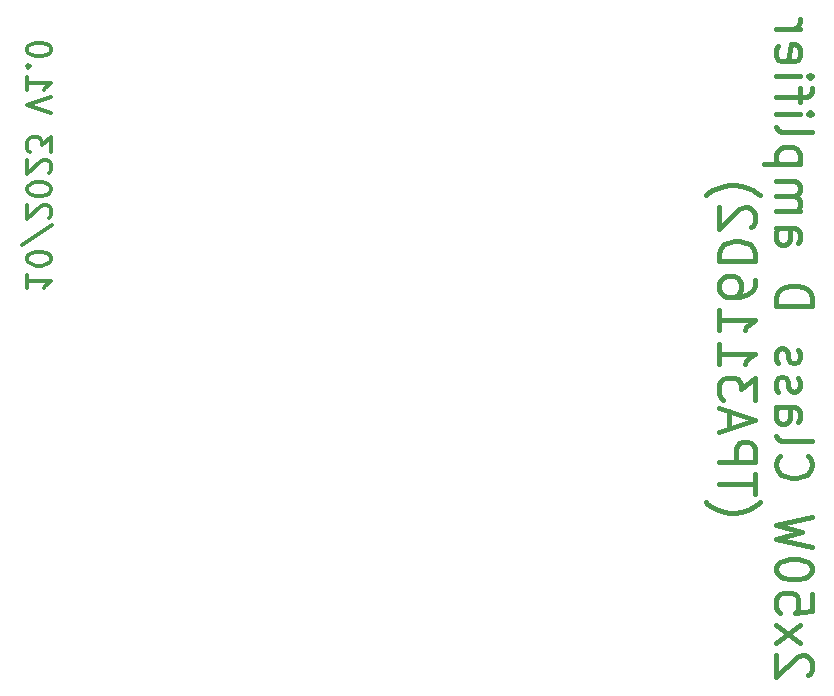
<source format=gbr>
%TF.GenerationSoftware,KiCad,Pcbnew,7.0.6*%
%TF.CreationDate,2023-10-07T14:34:09+02:00*%
%TF.ProjectId,TPA3116 amplifier,54504133-3131-4362-9061-6d706c696669,rev?*%
%TF.SameCoordinates,Original*%
%TF.FileFunction,Legend,Bot*%
%TF.FilePolarity,Positive*%
%FSLAX46Y46*%
G04 Gerber Fmt 4.6, Leading zero omitted, Abs format (unit mm)*
G04 Created by KiCad (PCBNEW 7.0.6) date 2023-10-07 14:34:09*
%MOMM*%
%LPD*%
G01*
G04 APERTURE LIST*
%ADD10C,0.300000*%
%ADD11C,0.400000*%
G04 APERTURE END LIST*
D10*
X102803012Y-80707262D02*
X102803012Y-81850119D01*
X102803012Y-81278691D02*
X104803012Y-81278691D01*
X104803012Y-81278691D02*
X104517298Y-81469167D01*
X104517298Y-81469167D02*
X104326822Y-81659643D01*
X104326822Y-81659643D02*
X104231584Y-81850119D01*
X104803012Y-79469167D02*
X104803012Y-79278690D01*
X104803012Y-79278690D02*
X104707774Y-79088214D01*
X104707774Y-79088214D02*
X104612536Y-78992976D01*
X104612536Y-78992976D02*
X104422060Y-78897738D01*
X104422060Y-78897738D02*
X104041108Y-78802500D01*
X104041108Y-78802500D02*
X103564917Y-78802500D01*
X103564917Y-78802500D02*
X103183965Y-78897738D01*
X103183965Y-78897738D02*
X102993489Y-78992976D01*
X102993489Y-78992976D02*
X102898251Y-79088214D01*
X102898251Y-79088214D02*
X102803012Y-79278690D01*
X102803012Y-79278690D02*
X102803012Y-79469167D01*
X102803012Y-79469167D02*
X102898251Y-79659643D01*
X102898251Y-79659643D02*
X102993489Y-79754881D01*
X102993489Y-79754881D02*
X103183965Y-79850119D01*
X103183965Y-79850119D02*
X103564917Y-79945357D01*
X103564917Y-79945357D02*
X104041108Y-79945357D01*
X104041108Y-79945357D02*
X104422060Y-79850119D01*
X104422060Y-79850119D02*
X104612536Y-79754881D01*
X104612536Y-79754881D02*
X104707774Y-79659643D01*
X104707774Y-79659643D02*
X104803012Y-79469167D01*
X104898251Y-76516786D02*
X102326822Y-78231071D01*
X104612536Y-75945357D02*
X104707774Y-75850119D01*
X104707774Y-75850119D02*
X104803012Y-75659643D01*
X104803012Y-75659643D02*
X104803012Y-75183452D01*
X104803012Y-75183452D02*
X104707774Y-74992976D01*
X104707774Y-74992976D02*
X104612536Y-74897738D01*
X104612536Y-74897738D02*
X104422060Y-74802500D01*
X104422060Y-74802500D02*
X104231584Y-74802500D01*
X104231584Y-74802500D02*
X103945870Y-74897738D01*
X103945870Y-74897738D02*
X102803012Y-76040595D01*
X102803012Y-76040595D02*
X102803012Y-74802500D01*
X104803012Y-73564405D02*
X104803012Y-73373928D01*
X104803012Y-73373928D02*
X104707774Y-73183452D01*
X104707774Y-73183452D02*
X104612536Y-73088214D01*
X104612536Y-73088214D02*
X104422060Y-72992976D01*
X104422060Y-72992976D02*
X104041108Y-72897738D01*
X104041108Y-72897738D02*
X103564917Y-72897738D01*
X103564917Y-72897738D02*
X103183965Y-72992976D01*
X103183965Y-72992976D02*
X102993489Y-73088214D01*
X102993489Y-73088214D02*
X102898251Y-73183452D01*
X102898251Y-73183452D02*
X102803012Y-73373928D01*
X102803012Y-73373928D02*
X102803012Y-73564405D01*
X102803012Y-73564405D02*
X102898251Y-73754881D01*
X102898251Y-73754881D02*
X102993489Y-73850119D01*
X102993489Y-73850119D02*
X103183965Y-73945357D01*
X103183965Y-73945357D02*
X103564917Y-74040595D01*
X103564917Y-74040595D02*
X104041108Y-74040595D01*
X104041108Y-74040595D02*
X104422060Y-73945357D01*
X104422060Y-73945357D02*
X104612536Y-73850119D01*
X104612536Y-73850119D02*
X104707774Y-73754881D01*
X104707774Y-73754881D02*
X104803012Y-73564405D01*
X104612536Y-72135833D02*
X104707774Y-72040595D01*
X104707774Y-72040595D02*
X104803012Y-71850119D01*
X104803012Y-71850119D02*
X104803012Y-71373928D01*
X104803012Y-71373928D02*
X104707774Y-71183452D01*
X104707774Y-71183452D02*
X104612536Y-71088214D01*
X104612536Y-71088214D02*
X104422060Y-70992976D01*
X104422060Y-70992976D02*
X104231584Y-70992976D01*
X104231584Y-70992976D02*
X103945870Y-71088214D01*
X103945870Y-71088214D02*
X102803012Y-72231071D01*
X102803012Y-72231071D02*
X102803012Y-70992976D01*
X104803012Y-70326309D02*
X104803012Y-69088214D01*
X104803012Y-69088214D02*
X104041108Y-69754881D01*
X104041108Y-69754881D02*
X104041108Y-69469166D01*
X104041108Y-69469166D02*
X103945870Y-69278690D01*
X103945870Y-69278690D02*
X103850631Y-69183452D01*
X103850631Y-69183452D02*
X103660155Y-69088214D01*
X103660155Y-69088214D02*
X103183965Y-69088214D01*
X103183965Y-69088214D02*
X102993489Y-69183452D01*
X102993489Y-69183452D02*
X102898251Y-69278690D01*
X102898251Y-69278690D02*
X102803012Y-69469166D01*
X102803012Y-69469166D02*
X102803012Y-70040595D01*
X102803012Y-70040595D02*
X102898251Y-70231071D01*
X102898251Y-70231071D02*
X102993489Y-70326309D01*
X104803012Y-66992975D02*
X102803012Y-66326309D01*
X102803012Y-66326309D02*
X104803012Y-65659642D01*
X102803012Y-63945356D02*
X102803012Y-65088213D01*
X102803012Y-64516785D02*
X104803012Y-64516785D01*
X104803012Y-64516785D02*
X104517298Y-64707261D01*
X104517298Y-64707261D02*
X104326822Y-64897737D01*
X104326822Y-64897737D02*
X104231584Y-65088213D01*
X102993489Y-63088213D02*
X102898251Y-62992975D01*
X102898251Y-62992975D02*
X102803012Y-63088213D01*
X102803012Y-63088213D02*
X102898251Y-63183451D01*
X102898251Y-63183451D02*
X102993489Y-63088213D01*
X102993489Y-63088213D02*
X102803012Y-63088213D01*
X104803012Y-61754880D02*
X104803012Y-61564403D01*
X104803012Y-61564403D02*
X104707774Y-61373927D01*
X104707774Y-61373927D02*
X104612536Y-61278689D01*
X104612536Y-61278689D02*
X104422060Y-61183451D01*
X104422060Y-61183451D02*
X104041108Y-61088213D01*
X104041108Y-61088213D02*
X103564917Y-61088213D01*
X103564917Y-61088213D02*
X103183965Y-61183451D01*
X103183965Y-61183451D02*
X102993489Y-61278689D01*
X102993489Y-61278689D02*
X102898251Y-61373927D01*
X102898251Y-61373927D02*
X102803012Y-61564403D01*
X102803012Y-61564403D02*
X102803012Y-61754880D01*
X102803012Y-61754880D02*
X102898251Y-61945356D01*
X102898251Y-61945356D02*
X102993489Y-62040594D01*
X102993489Y-62040594D02*
X103183965Y-62135832D01*
X103183965Y-62135832D02*
X103564917Y-62231070D01*
X103564917Y-62231070D02*
X104041108Y-62231070D01*
X104041108Y-62231070D02*
X104422060Y-62135832D01*
X104422060Y-62135832D02*
X104612536Y-62040594D01*
X104612536Y-62040594D02*
X104707774Y-61945356D01*
X104707774Y-61945356D02*
X104803012Y-61754880D01*
D11*
X168932228Y-114642856D02*
X169075085Y-114499999D01*
X169075085Y-114499999D02*
X169217942Y-114214285D01*
X169217942Y-114214285D02*
X169217942Y-113499999D01*
X169217942Y-113499999D02*
X169075085Y-113214285D01*
X169075085Y-113214285D02*
X168932228Y-113071427D01*
X168932228Y-113071427D02*
X168646514Y-112928570D01*
X168646514Y-112928570D02*
X168360800Y-112928570D01*
X168360800Y-112928570D02*
X167932228Y-113071427D01*
X167932228Y-113071427D02*
X166217942Y-114785713D01*
X166217942Y-114785713D02*
X166217942Y-112928570D01*
X166217942Y-111928570D02*
X168217942Y-110357142D01*
X168217942Y-111928570D02*
X166217942Y-110357142D01*
X169217942Y-107785713D02*
X169217942Y-109214285D01*
X169217942Y-109214285D02*
X167789371Y-109357142D01*
X167789371Y-109357142D02*
X167932228Y-109214285D01*
X167932228Y-109214285D02*
X168075085Y-108928571D01*
X168075085Y-108928571D02*
X168075085Y-108214285D01*
X168075085Y-108214285D02*
X167932228Y-107928571D01*
X167932228Y-107928571D02*
X167789371Y-107785713D01*
X167789371Y-107785713D02*
X167503657Y-107642856D01*
X167503657Y-107642856D02*
X166789371Y-107642856D01*
X166789371Y-107642856D02*
X166503657Y-107785713D01*
X166503657Y-107785713D02*
X166360800Y-107928571D01*
X166360800Y-107928571D02*
X166217942Y-108214285D01*
X166217942Y-108214285D02*
X166217942Y-108928571D01*
X166217942Y-108928571D02*
X166360800Y-109214285D01*
X166360800Y-109214285D02*
X166503657Y-109357142D01*
X169217942Y-105785713D02*
X169217942Y-105499999D01*
X169217942Y-105499999D02*
X169075085Y-105214285D01*
X169075085Y-105214285D02*
X168932228Y-105071428D01*
X168932228Y-105071428D02*
X168646514Y-104928570D01*
X168646514Y-104928570D02*
X168075085Y-104785713D01*
X168075085Y-104785713D02*
X167360800Y-104785713D01*
X167360800Y-104785713D02*
X166789371Y-104928570D01*
X166789371Y-104928570D02*
X166503657Y-105071428D01*
X166503657Y-105071428D02*
X166360800Y-105214285D01*
X166360800Y-105214285D02*
X166217942Y-105499999D01*
X166217942Y-105499999D02*
X166217942Y-105785713D01*
X166217942Y-105785713D02*
X166360800Y-106071428D01*
X166360800Y-106071428D02*
X166503657Y-106214285D01*
X166503657Y-106214285D02*
X166789371Y-106357142D01*
X166789371Y-106357142D02*
X167360800Y-106499999D01*
X167360800Y-106499999D02*
X168075085Y-106499999D01*
X168075085Y-106499999D02*
X168646514Y-106357142D01*
X168646514Y-106357142D02*
X168932228Y-106214285D01*
X168932228Y-106214285D02*
X169075085Y-106071428D01*
X169075085Y-106071428D02*
X169217942Y-105785713D01*
X169217942Y-103785713D02*
X166217942Y-103071427D01*
X166217942Y-103071427D02*
X168360800Y-102499999D01*
X168360800Y-102499999D02*
X166217942Y-101928570D01*
X166217942Y-101928570D02*
X169217942Y-101214285D01*
X166503657Y-96071428D02*
X166360800Y-96214285D01*
X166360800Y-96214285D02*
X166217942Y-96642857D01*
X166217942Y-96642857D02*
X166217942Y-96928571D01*
X166217942Y-96928571D02*
X166360800Y-97357142D01*
X166360800Y-97357142D02*
X166646514Y-97642857D01*
X166646514Y-97642857D02*
X166932228Y-97785714D01*
X166932228Y-97785714D02*
X167503657Y-97928571D01*
X167503657Y-97928571D02*
X167932228Y-97928571D01*
X167932228Y-97928571D02*
X168503657Y-97785714D01*
X168503657Y-97785714D02*
X168789371Y-97642857D01*
X168789371Y-97642857D02*
X169075085Y-97357142D01*
X169075085Y-97357142D02*
X169217942Y-96928571D01*
X169217942Y-96928571D02*
X169217942Y-96642857D01*
X169217942Y-96642857D02*
X169075085Y-96214285D01*
X169075085Y-96214285D02*
X168932228Y-96071428D01*
X166217942Y-94357142D02*
X166360800Y-94642857D01*
X166360800Y-94642857D02*
X166646514Y-94785714D01*
X166646514Y-94785714D02*
X169217942Y-94785714D01*
X166217942Y-91928571D02*
X167789371Y-91928571D01*
X167789371Y-91928571D02*
X168075085Y-92071428D01*
X168075085Y-92071428D02*
X168217942Y-92357142D01*
X168217942Y-92357142D02*
X168217942Y-92928571D01*
X168217942Y-92928571D02*
X168075085Y-93214285D01*
X166360800Y-91928571D02*
X166217942Y-92214285D01*
X166217942Y-92214285D02*
X166217942Y-92928571D01*
X166217942Y-92928571D02*
X166360800Y-93214285D01*
X166360800Y-93214285D02*
X166646514Y-93357142D01*
X166646514Y-93357142D02*
X166932228Y-93357142D01*
X166932228Y-93357142D02*
X167217942Y-93214285D01*
X167217942Y-93214285D02*
X167360800Y-92928571D01*
X167360800Y-92928571D02*
X167360800Y-92214285D01*
X167360800Y-92214285D02*
X167503657Y-91928571D01*
X166360800Y-90642856D02*
X166217942Y-90357142D01*
X166217942Y-90357142D02*
X166217942Y-89785713D01*
X166217942Y-89785713D02*
X166360800Y-89499999D01*
X166360800Y-89499999D02*
X166646514Y-89357142D01*
X166646514Y-89357142D02*
X166789371Y-89357142D01*
X166789371Y-89357142D02*
X167075085Y-89499999D01*
X167075085Y-89499999D02*
X167217942Y-89785713D01*
X167217942Y-89785713D02*
X167217942Y-90214285D01*
X167217942Y-90214285D02*
X167360800Y-90499999D01*
X167360800Y-90499999D02*
X167646514Y-90642856D01*
X167646514Y-90642856D02*
X167789371Y-90642856D01*
X167789371Y-90642856D02*
X168075085Y-90499999D01*
X168075085Y-90499999D02*
X168217942Y-90214285D01*
X168217942Y-90214285D02*
X168217942Y-89785713D01*
X168217942Y-89785713D02*
X168075085Y-89499999D01*
X166360800Y-88214285D02*
X166217942Y-87928571D01*
X166217942Y-87928571D02*
X166217942Y-87357142D01*
X166217942Y-87357142D02*
X166360800Y-87071428D01*
X166360800Y-87071428D02*
X166646514Y-86928571D01*
X166646514Y-86928571D02*
X166789371Y-86928571D01*
X166789371Y-86928571D02*
X167075085Y-87071428D01*
X167075085Y-87071428D02*
X167217942Y-87357142D01*
X167217942Y-87357142D02*
X167217942Y-87785714D01*
X167217942Y-87785714D02*
X167360800Y-88071428D01*
X167360800Y-88071428D02*
X167646514Y-88214285D01*
X167646514Y-88214285D02*
X167789371Y-88214285D01*
X167789371Y-88214285D02*
X168075085Y-88071428D01*
X168075085Y-88071428D02*
X168217942Y-87785714D01*
X168217942Y-87785714D02*
X168217942Y-87357142D01*
X168217942Y-87357142D02*
X168075085Y-87071428D01*
X166217942Y-83357143D02*
X169217942Y-83357143D01*
X169217942Y-83357143D02*
X169217942Y-82642857D01*
X169217942Y-82642857D02*
X169075085Y-82214286D01*
X169075085Y-82214286D02*
X168789371Y-81928571D01*
X168789371Y-81928571D02*
X168503657Y-81785714D01*
X168503657Y-81785714D02*
X167932228Y-81642857D01*
X167932228Y-81642857D02*
X167503657Y-81642857D01*
X167503657Y-81642857D02*
X166932228Y-81785714D01*
X166932228Y-81785714D02*
X166646514Y-81928571D01*
X166646514Y-81928571D02*
X166360800Y-82214286D01*
X166360800Y-82214286D02*
X166217942Y-82642857D01*
X166217942Y-82642857D02*
X166217942Y-83357143D01*
X166217942Y-76785715D02*
X167789371Y-76785715D01*
X167789371Y-76785715D02*
X168075085Y-76928572D01*
X168075085Y-76928572D02*
X168217942Y-77214286D01*
X168217942Y-77214286D02*
X168217942Y-77785715D01*
X168217942Y-77785715D02*
X168075085Y-78071429D01*
X166360800Y-76785715D02*
X166217942Y-77071429D01*
X166217942Y-77071429D02*
X166217942Y-77785715D01*
X166217942Y-77785715D02*
X166360800Y-78071429D01*
X166360800Y-78071429D02*
X166646514Y-78214286D01*
X166646514Y-78214286D02*
X166932228Y-78214286D01*
X166932228Y-78214286D02*
X167217942Y-78071429D01*
X167217942Y-78071429D02*
X167360800Y-77785715D01*
X167360800Y-77785715D02*
X167360800Y-77071429D01*
X167360800Y-77071429D02*
X167503657Y-76785715D01*
X166217942Y-75357143D02*
X168217942Y-75357143D01*
X167932228Y-75357143D02*
X168075085Y-75214286D01*
X168075085Y-75214286D02*
X168217942Y-74928571D01*
X168217942Y-74928571D02*
X168217942Y-74500000D01*
X168217942Y-74500000D02*
X168075085Y-74214286D01*
X168075085Y-74214286D02*
X167789371Y-74071429D01*
X167789371Y-74071429D02*
X166217942Y-74071429D01*
X167789371Y-74071429D02*
X168075085Y-73928571D01*
X168075085Y-73928571D02*
X168217942Y-73642857D01*
X168217942Y-73642857D02*
X168217942Y-73214286D01*
X168217942Y-73214286D02*
X168075085Y-72928571D01*
X168075085Y-72928571D02*
X167789371Y-72785714D01*
X167789371Y-72785714D02*
X166217942Y-72785714D01*
X168217942Y-71357143D02*
X165217942Y-71357143D01*
X168075085Y-71357143D02*
X168217942Y-71071429D01*
X168217942Y-71071429D02*
X168217942Y-70500000D01*
X168217942Y-70500000D02*
X168075085Y-70214286D01*
X168075085Y-70214286D02*
X167932228Y-70071429D01*
X167932228Y-70071429D02*
X167646514Y-69928571D01*
X167646514Y-69928571D02*
X166789371Y-69928571D01*
X166789371Y-69928571D02*
X166503657Y-70071429D01*
X166503657Y-70071429D02*
X166360800Y-70214286D01*
X166360800Y-70214286D02*
X166217942Y-70500000D01*
X166217942Y-70500000D02*
X166217942Y-71071429D01*
X166217942Y-71071429D02*
X166360800Y-71357143D01*
X166217942Y-68214285D02*
X166360800Y-68500000D01*
X166360800Y-68500000D02*
X166646514Y-68642857D01*
X166646514Y-68642857D02*
X169217942Y-68642857D01*
X166217942Y-67071428D02*
X168217942Y-67071428D01*
X169217942Y-67071428D02*
X169075085Y-67214285D01*
X169075085Y-67214285D02*
X168932228Y-67071428D01*
X168932228Y-67071428D02*
X169075085Y-66928571D01*
X169075085Y-66928571D02*
X169217942Y-67071428D01*
X169217942Y-67071428D02*
X168932228Y-67071428D01*
X168217942Y-66071428D02*
X168217942Y-64928571D01*
X166217942Y-65642857D02*
X168789371Y-65642857D01*
X168789371Y-65642857D02*
X169075085Y-65500000D01*
X169075085Y-65500000D02*
X169217942Y-65214285D01*
X169217942Y-65214285D02*
X169217942Y-64928571D01*
X166217942Y-63928571D02*
X168217942Y-63928571D01*
X169217942Y-63928571D02*
X169075085Y-64071428D01*
X169075085Y-64071428D02*
X168932228Y-63928571D01*
X168932228Y-63928571D02*
X169075085Y-63785714D01*
X169075085Y-63785714D02*
X169217942Y-63928571D01*
X169217942Y-63928571D02*
X168932228Y-63928571D01*
X166360800Y-61357143D02*
X166217942Y-61642857D01*
X166217942Y-61642857D02*
X166217942Y-62214286D01*
X166217942Y-62214286D02*
X166360800Y-62500000D01*
X166360800Y-62500000D02*
X166646514Y-62642857D01*
X166646514Y-62642857D02*
X167789371Y-62642857D01*
X167789371Y-62642857D02*
X168075085Y-62500000D01*
X168075085Y-62500000D02*
X168217942Y-62214286D01*
X168217942Y-62214286D02*
X168217942Y-61642857D01*
X168217942Y-61642857D02*
X168075085Y-61357143D01*
X168075085Y-61357143D02*
X167789371Y-61214286D01*
X167789371Y-61214286D02*
X167503657Y-61214286D01*
X167503657Y-61214286D02*
X167217942Y-62642857D01*
X166217942Y-59928571D02*
X168217942Y-59928571D01*
X167646514Y-59928571D02*
X167932228Y-59785714D01*
X167932228Y-59785714D02*
X168075085Y-59642857D01*
X168075085Y-59642857D02*
X168217942Y-59357142D01*
X168217942Y-59357142D02*
X168217942Y-59071428D01*
X160245085Y-100000000D02*
X160387942Y-100142857D01*
X160387942Y-100142857D02*
X160816514Y-100428571D01*
X160816514Y-100428571D02*
X161102228Y-100571429D01*
X161102228Y-100571429D02*
X161530800Y-100714286D01*
X161530800Y-100714286D02*
X162245085Y-100857143D01*
X162245085Y-100857143D02*
X162816514Y-100857143D01*
X162816514Y-100857143D02*
X163530800Y-100714286D01*
X163530800Y-100714286D02*
X163959371Y-100571429D01*
X163959371Y-100571429D02*
X164245085Y-100428571D01*
X164245085Y-100428571D02*
X164673657Y-100142857D01*
X164673657Y-100142857D02*
X164816514Y-100000000D01*
X164387942Y-99285714D02*
X164387942Y-97571429D01*
X161387942Y-98428571D02*
X164387942Y-98428571D01*
X161387942Y-96571429D02*
X164387942Y-96571429D01*
X164387942Y-96571429D02*
X164387942Y-95428572D01*
X164387942Y-95428572D02*
X164245085Y-95142857D01*
X164245085Y-95142857D02*
X164102228Y-95000000D01*
X164102228Y-95000000D02*
X163816514Y-94857143D01*
X163816514Y-94857143D02*
X163387942Y-94857143D01*
X163387942Y-94857143D02*
X163102228Y-95000000D01*
X163102228Y-95000000D02*
X162959371Y-95142857D01*
X162959371Y-95142857D02*
X162816514Y-95428572D01*
X162816514Y-95428572D02*
X162816514Y-96571429D01*
X162245085Y-93714286D02*
X162245085Y-92285715D01*
X161387942Y-94000000D02*
X164387942Y-93000000D01*
X164387942Y-93000000D02*
X161387942Y-92000000D01*
X164387942Y-91285714D02*
X164387942Y-89428571D01*
X164387942Y-89428571D02*
X163245085Y-90428571D01*
X163245085Y-90428571D02*
X163245085Y-90000000D01*
X163245085Y-90000000D02*
X163102228Y-89714286D01*
X163102228Y-89714286D02*
X162959371Y-89571428D01*
X162959371Y-89571428D02*
X162673657Y-89428571D01*
X162673657Y-89428571D02*
X161959371Y-89428571D01*
X161959371Y-89428571D02*
X161673657Y-89571428D01*
X161673657Y-89571428D02*
X161530800Y-89714286D01*
X161530800Y-89714286D02*
X161387942Y-90000000D01*
X161387942Y-90000000D02*
X161387942Y-90857143D01*
X161387942Y-90857143D02*
X161530800Y-91142857D01*
X161530800Y-91142857D02*
X161673657Y-91285714D01*
X161387942Y-86571428D02*
X161387942Y-88285714D01*
X161387942Y-87428571D02*
X164387942Y-87428571D01*
X164387942Y-87428571D02*
X163959371Y-87714285D01*
X163959371Y-87714285D02*
X163673657Y-88000000D01*
X163673657Y-88000000D02*
X163530800Y-88285714D01*
X161387942Y-83714285D02*
X161387942Y-85428571D01*
X161387942Y-84571428D02*
X164387942Y-84571428D01*
X164387942Y-84571428D02*
X163959371Y-84857142D01*
X163959371Y-84857142D02*
X163673657Y-85142857D01*
X163673657Y-85142857D02*
X163530800Y-85428571D01*
X164387942Y-81142857D02*
X164387942Y-81714285D01*
X164387942Y-81714285D02*
X164245085Y-81999999D01*
X164245085Y-81999999D02*
X164102228Y-82142857D01*
X164102228Y-82142857D02*
X163673657Y-82428571D01*
X163673657Y-82428571D02*
X163102228Y-82571428D01*
X163102228Y-82571428D02*
X161959371Y-82571428D01*
X161959371Y-82571428D02*
X161673657Y-82428571D01*
X161673657Y-82428571D02*
X161530800Y-82285714D01*
X161530800Y-82285714D02*
X161387942Y-81999999D01*
X161387942Y-81999999D02*
X161387942Y-81428571D01*
X161387942Y-81428571D02*
X161530800Y-81142857D01*
X161530800Y-81142857D02*
X161673657Y-80999999D01*
X161673657Y-80999999D02*
X161959371Y-80857142D01*
X161959371Y-80857142D02*
X162673657Y-80857142D01*
X162673657Y-80857142D02*
X162959371Y-80999999D01*
X162959371Y-80999999D02*
X163102228Y-81142857D01*
X163102228Y-81142857D02*
X163245085Y-81428571D01*
X163245085Y-81428571D02*
X163245085Y-81999999D01*
X163245085Y-81999999D02*
X163102228Y-82285714D01*
X163102228Y-82285714D02*
X162959371Y-82428571D01*
X162959371Y-82428571D02*
X162673657Y-82571428D01*
X161387942Y-79571428D02*
X164387942Y-79571428D01*
X164387942Y-79571428D02*
X164387942Y-78857142D01*
X164387942Y-78857142D02*
X164245085Y-78428571D01*
X164245085Y-78428571D02*
X163959371Y-78142856D01*
X163959371Y-78142856D02*
X163673657Y-77999999D01*
X163673657Y-77999999D02*
X163102228Y-77857142D01*
X163102228Y-77857142D02*
X162673657Y-77857142D01*
X162673657Y-77857142D02*
X162102228Y-77999999D01*
X162102228Y-77999999D02*
X161816514Y-78142856D01*
X161816514Y-78142856D02*
X161530800Y-78428571D01*
X161530800Y-78428571D02*
X161387942Y-78857142D01*
X161387942Y-78857142D02*
X161387942Y-79571428D01*
X164102228Y-76714285D02*
X164245085Y-76571428D01*
X164245085Y-76571428D02*
X164387942Y-76285714D01*
X164387942Y-76285714D02*
X164387942Y-75571428D01*
X164387942Y-75571428D02*
X164245085Y-75285714D01*
X164245085Y-75285714D02*
X164102228Y-75142856D01*
X164102228Y-75142856D02*
X163816514Y-74999999D01*
X163816514Y-74999999D02*
X163530800Y-74999999D01*
X163530800Y-74999999D02*
X163102228Y-75142856D01*
X163102228Y-75142856D02*
X161387942Y-76857142D01*
X161387942Y-76857142D02*
X161387942Y-74999999D01*
X160245085Y-73999999D02*
X160387942Y-73857142D01*
X160387942Y-73857142D02*
X160816514Y-73571428D01*
X160816514Y-73571428D02*
X161102228Y-73428571D01*
X161102228Y-73428571D02*
X161530800Y-73285713D01*
X161530800Y-73285713D02*
X162245085Y-73142856D01*
X162245085Y-73142856D02*
X162816514Y-73142856D01*
X162816514Y-73142856D02*
X163530800Y-73285713D01*
X163530800Y-73285713D02*
X163959371Y-73428571D01*
X163959371Y-73428571D02*
X164245085Y-73571428D01*
X164245085Y-73571428D02*
X164673657Y-73857142D01*
X164673657Y-73857142D02*
X164816514Y-73999999D01*
M02*

</source>
